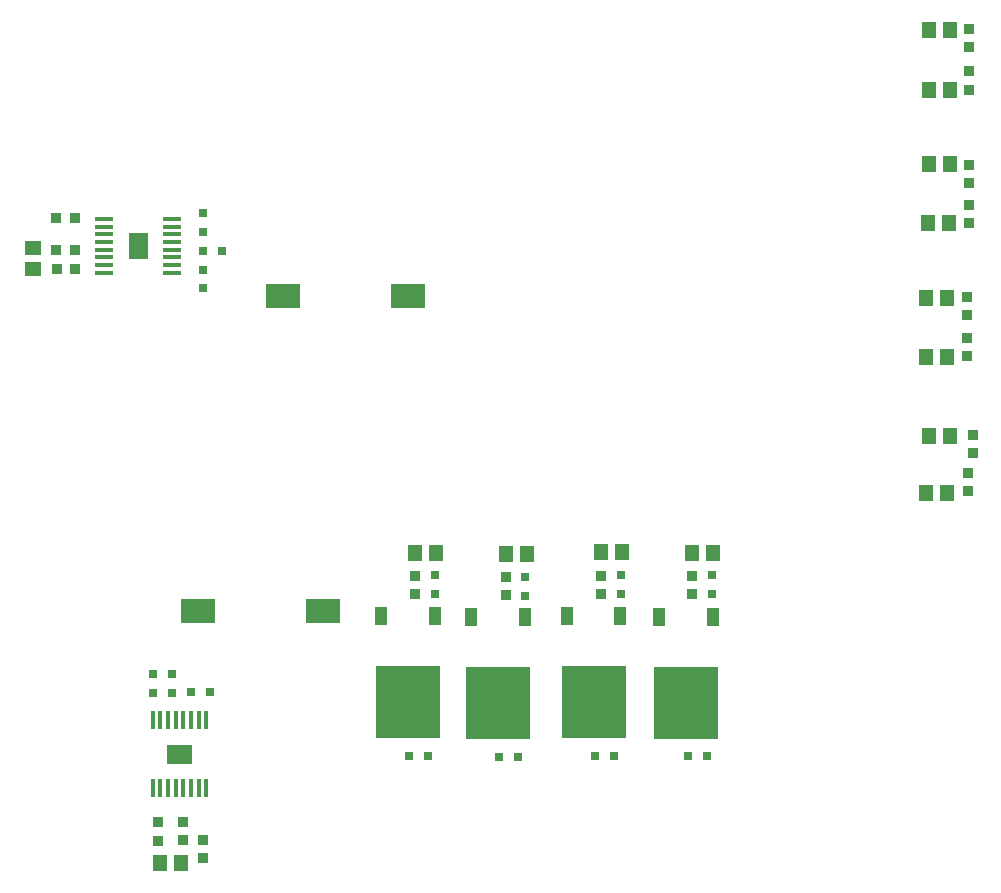
<source format=gbp>
G04*
G04 #@! TF.GenerationSoftware,Altium Limited,Altium Designer,22.5.1 (42)*
G04*
G04 Layer_Color=128*
%FSLAX44Y44*%
%MOMM*%
G71*
G04*
G04 #@! TF.SameCoordinates,7C753EF8-EF55-4721-AF4D-FDC1614254BA*
G04*
G04*
G04 #@! TF.FilePolarity,Positive*
G04*
G01*
G75*
%ADD21R,1.4700X1.1600*%
%ADD22R,0.8500X0.8500*%
%ADD23R,0.8000X0.8000*%
%ADD24R,0.8500X0.8500*%
%ADD29R,0.8000X0.8000*%
G04:AMPARAMS|DCode=89|XSize=1.57mm|YSize=0.41mm|CornerRadius=0.0513mm|HoleSize=0mm|Usage=FLASHONLY|Rotation=90.000|XOffset=0mm|YOffset=0mm|HoleType=Round|Shape=RoundedRectangle|*
%AMROUNDEDRECTD89*
21,1,1.5700,0.3075,0,0,90.0*
21,1,1.4675,0.4100,0,0,90.0*
1,1,0.1025,0.1538,0.7338*
1,1,0.1025,0.1538,-0.7338*
1,1,0.1025,-0.1538,-0.7338*
1,1,0.1025,-0.1538,0.7338*
%
%ADD89ROUNDEDRECTD89*%
%ADD91R,1.1600X1.4700*%
%ADD92R,3.0000X2.0000*%
%ADD93R,5.4000X6.1999*%
%ADD94R,1.0000X1.6000*%
G04:AMPARAMS|DCode=96|XSize=1.57mm|YSize=0.41mm|CornerRadius=0.0513mm|HoleSize=0mm|Usage=FLASHONLY|Rotation=0.000|XOffset=0mm|YOffset=0mm|HoleType=Round|Shape=RoundedRectangle|*
%AMROUNDEDRECTD96*
21,1,1.5700,0.3075,0,0,0.0*
21,1,1.4675,0.4100,0,0,0.0*
1,1,0.1025,0.7338,-0.1538*
1,1,0.1025,-0.7338,-0.1538*
1,1,0.1025,-0.7338,0.1538*
1,1,0.1025,0.7338,0.1538*
%
%ADD96ROUNDEDRECTD96*%
G36*
X-198250Y-247250D02*
Y-263250D01*
X-176750D01*
Y-247250D01*
X-198250D01*
D02*
G37*
G36*
X-214500Y185750D02*
X-230500D01*
Y164250D01*
X-214500D01*
Y185750D01*
D02*
G37*
D21*
X-312000Y172900D02*
D03*
Y155100D02*
D03*
D22*
X-276250Y199000D02*
D03*
X-291750D02*
D03*
X-276250Y171957D02*
D03*
X-291750D02*
D03*
X-291292Y155415D02*
D03*
X-275793D02*
D03*
D23*
X-210000Y-203250D02*
D03*
Y-187250D02*
D03*
X-193957D02*
D03*
Y-203250D02*
D03*
X-167500Y203000D02*
D03*
Y187000D02*
D03*
Y154965D02*
D03*
Y138965D02*
D03*
X263000Y-104000D02*
D03*
Y-120000D02*
D03*
X186000Y-103840D02*
D03*
Y-119840D02*
D03*
X105000Y-105000D02*
D03*
Y-121000D02*
D03*
X29000Y-103840D02*
D03*
Y-119840D02*
D03*
D24*
X-206000Y-328457D02*
D03*
Y-312957D02*
D03*
X-185000Y-312500D02*
D03*
Y-328000D02*
D03*
X-168000Y-343500D02*
D03*
Y-328000D02*
D03*
X246000Y-104250D02*
D03*
Y-119750D02*
D03*
X169000Y-104190D02*
D03*
Y-119690D02*
D03*
X88707Y-105250D02*
D03*
Y-120750D02*
D03*
X12000Y-104190D02*
D03*
Y-119690D02*
D03*
X484000Y-750D02*
D03*
Y14750D02*
D03*
X480000Y-17250D02*
D03*
Y-32750D02*
D03*
X478763Y96913D02*
D03*
Y81413D02*
D03*
Y116413D02*
D03*
Y131913D02*
D03*
X480762Y209913D02*
D03*
Y194413D02*
D03*
Y228413D02*
D03*
Y243913D02*
D03*
Y322913D02*
D03*
Y307413D02*
D03*
Y343413D02*
D03*
Y358913D02*
D03*
D29*
X-161815Y-202750D02*
D03*
X-177815D02*
D03*
X-168000Y171108D02*
D03*
X-152000D02*
D03*
X23000Y-257000D02*
D03*
X7000D02*
D03*
X259000Y-257000D02*
D03*
X243000D02*
D03*
X180000D02*
D03*
X164000D02*
D03*
X99000Y-258000D02*
D03*
X83000D02*
D03*
D89*
X-164750Y-283950D02*
D03*
X-171250D02*
D03*
X-177750D02*
D03*
X-184250D02*
D03*
X-190750D02*
D03*
X-197250D02*
D03*
X-203750D02*
D03*
X-210250D02*
D03*
Y-226550D02*
D03*
X-203750D02*
D03*
X-197250D02*
D03*
X-190750D02*
D03*
X-184250D02*
D03*
X-177750D02*
D03*
X-171250D02*
D03*
X-164750D02*
D03*
D91*
X-204400Y-347500D02*
D03*
X-186600D02*
D03*
X186900Y-84000D02*
D03*
X169100D02*
D03*
X464900Y14000D02*
D03*
X447100D02*
D03*
X462108Y-34000D02*
D03*
X444307D02*
D03*
X462663Y81163D02*
D03*
X444863D02*
D03*
X462663Y131163D02*
D03*
X444863D02*
D03*
X463662Y194163D02*
D03*
X445863D02*
D03*
X446862Y244163D02*
D03*
X464663D02*
D03*
Y307162D02*
D03*
X446862D02*
D03*
X464663Y358162D02*
D03*
X446862D02*
D03*
X89100Y-85857D02*
D03*
X106900D02*
D03*
X12100Y-84697D02*
D03*
X29900D02*
D03*
X246100Y-84857D02*
D03*
X263900D02*
D03*
D92*
X-65750Y-134250D02*
D03*
X-171750D02*
D03*
X6250Y132250D02*
D03*
X-99750D02*
D03*
D93*
X6000Y-211000D02*
D03*
X82000Y-212160D02*
D03*
X163000Y-211000D02*
D03*
X241000Y-212000D02*
D03*
D94*
X-16799Y-137998D02*
D03*
X28799D02*
D03*
X59201Y-139158D02*
D03*
X104799D02*
D03*
X140201Y-137998D02*
D03*
X185799D02*
D03*
X218201Y-138998D02*
D03*
X263799D02*
D03*
D96*
X-193800Y152250D02*
D03*
Y158750D02*
D03*
Y165250D02*
D03*
Y171750D02*
D03*
Y178250D02*
D03*
Y184750D02*
D03*
Y191250D02*
D03*
Y197750D02*
D03*
X-251200D02*
D03*
Y191250D02*
D03*
Y184750D02*
D03*
Y178250D02*
D03*
Y171750D02*
D03*
Y165250D02*
D03*
Y158750D02*
D03*
Y152250D02*
D03*
M02*

</source>
